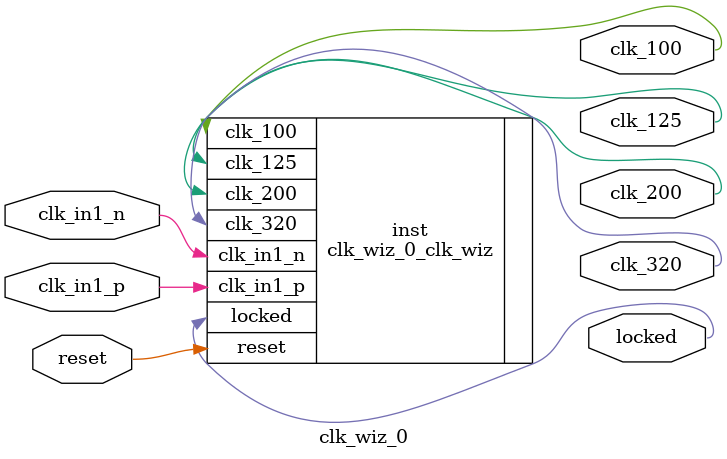
<source format=v>


`timescale 1ps/1ps

(* CORE_GENERATION_INFO = "clk_wiz_0,clk_wiz_v5_4_0_0,{component_name=clk_wiz_0,use_phase_alignment=true,use_min_o_jitter=false,use_max_i_jitter=false,use_dyn_phase_shift=false,use_inclk_switchover=false,use_dyn_reconfig=false,enable_axi=0,feedback_source=FDBK_AUTO,PRIMITIVE=MMCM,num_out_clk=4,clkin1_period=5.000,clkin2_period=10.0,use_power_down=false,use_reset=true,use_locked=true,use_inclk_stopped=false,feedback_type=SINGLE,CLOCK_MGR_TYPE=NA,manual_override=false}" *)

module clk_wiz_0 
 (
  // Clock out ports
  output        clk_320,
  output        clk_200,
  output        clk_125,
  output        clk_100,
  // Status and control signals
  input         reset,
  output        locked,
 // Clock in ports
  input         clk_in1_p,
  input         clk_in1_n
 );

  clk_wiz_0_clk_wiz inst
  (
  // Clock out ports  
  .clk_320(clk_320),
  .clk_200(clk_200),
  .clk_125(clk_125),
  .clk_100(clk_100),
  // Status and control signals               
  .reset(reset), 
  .locked(locked),
 // Clock in ports
  .clk_in1_p(clk_in1_p),
  .clk_in1_n(clk_in1_n)
  );

endmodule

</source>
